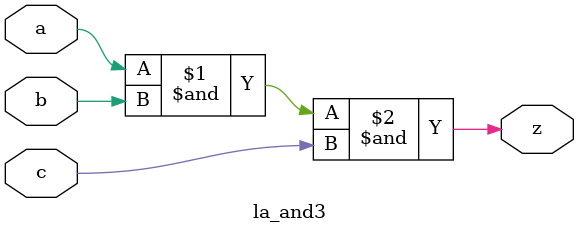
<source format=v>


module la_and3 #(
    parameter PROP = "DEFAULT"
) (
    input  a,
    input  b,
    input  c,
    output z
);

    assign z = a & b & c;

endmodule

</source>
